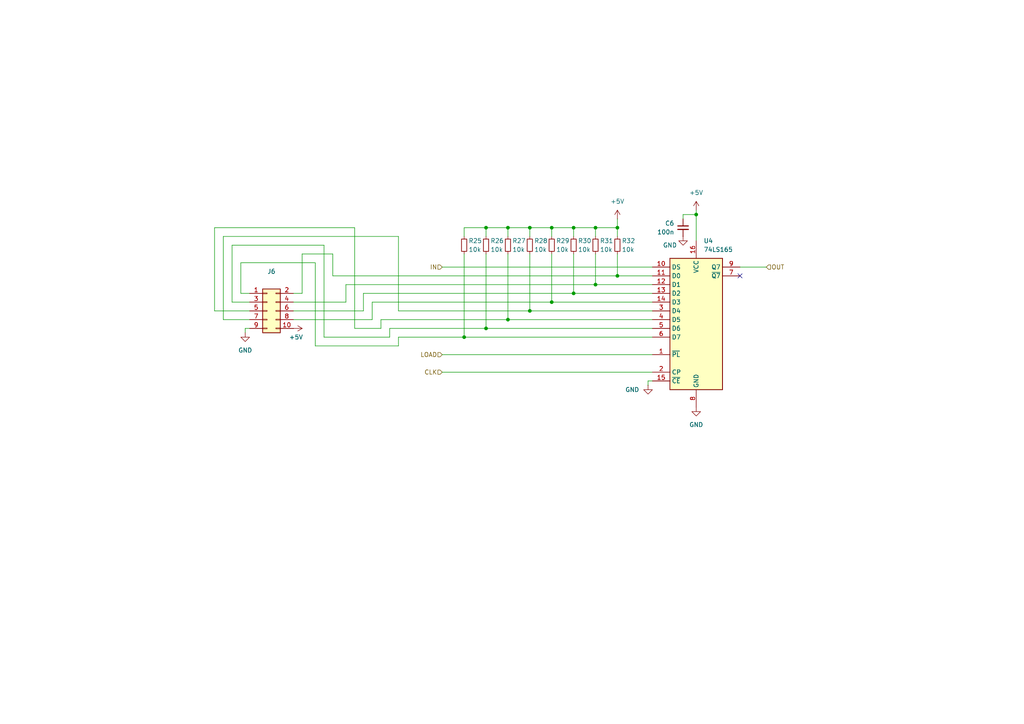
<source format=kicad_sch>
(kicad_sch (version 20250114) (generator "eeschema") (generator_version "9.0")
  (paper "A4")
  (lib_symbols
    (symbol "74xx:74LS165"
      (property "Reference" "U" (at -7.62 19.05 0))
      (property "Value" "74LS165" (at -7.62 -21.59 0))
      (symbol "74LS165_1_0"
        (pin input line (at -12.7 15.24 0) (length 5.08) (name "DS") (number "10"))
        (pin input line (at -12.7 12.7 0) (length 5.08) (name "D0") (number "11"))
        (pin input line (at -12.7 10.16 0) (length 5.08) (name "D1") (number "12"))
        (pin input line (at -12.7 7.62 0) (length 5.08) (name "D2") (number "13"))
        (pin input line (at -12.7 5.08 0) (length 5.08) (name "D3") (number "14"))
        (pin input line (at -12.7 2.54 0) (length 5.08) (name "D4") (number "3"))
        (pin input line (at -12.7 0 0) (length 5.08) (name "D5") (number "4"))
        (pin input line (at -12.7 -2.54 0) (length 5.08) (name "D6") (number "5"))
        (pin input line (at -12.7 -5.08 0) (length 5.08) (name "D7") (number "6"))
        (pin input line (at -12.7 -10.16 0) (length 5.08) (name "~{PL}") (number "1"))
        (pin input line (at -12.7 -15.24 0) (length 5.08) (name "CP") (number "2"))
        (pin input line (at -12.7 -17.78 0) (length 5.08) (name "~{CE}") (number "15"))
        (pin power_in line (at 0 22.86 270) (length 5.08) (name "VCC") (number "16"))
        (pin power_in line (at 0 -25.4 90) (length 5.08) (name "GND") (number "8"))
        (pin output line (at 12.7 15.24 180) (length 5.08) (name "Q7") (number "9"))
        (pin output line (at 12.7 12.7 180) (length 5.08) (name "~{Q7}") (number "7"))
      )
      (symbol "74LS165_1_1"
        (rectangle (start -7.62 17.78) (end 7.62 -20.32) (stroke (width 0.254)) (fill (type background)))
      )
    )
    (symbol "Connector_Generic:Conn_02x05_Odd_Even" (pin_names (offset 1.016) (hide yes))
      (property "Reference" "J" (at 1.27 7.62 0))
      (property "Value" "Conn_02x05_Odd_Even" (at 1.27 -7.62 0))
      (symbol "Conn_02x05_Odd_Even_1_1"
        (rectangle (start -1.27 6.35) (end 3.81 -6.35) (stroke (width 0.254)) (fill (type background)))
        (rectangle (start -1.27 5.207) (end 0 4.953) (stroke (width 0.1524)))
        (rectangle (start -1.27 2.667) (end 0 2.413) (stroke (width 0.1524)))
        (rectangle (start -1.27 0.127) (end 0 -0.127) (stroke (width 0.1524)))
        (rectangle (start -1.27 -2.413) (end 0 -2.667) (stroke (width 0.1524)))
        (rectangle (start -1.27 -4.953) (end 0 -5.207) (stroke (width 0.1524)))
        (rectangle (start 3.81 5.207) (end 2.54 4.953) (stroke (width 0.1524)))
        (rectangle (start 3.81 2.667) (end 2.54 2.413) (stroke (width 0.1524)))
        (rectangle (start 3.81 0.127) (end 2.54 -0.127) (stroke (width 0.1524)))
        (rectangle (start 3.81 -2.413) (end 2.54 -2.667) (stroke (width 0.1524)))
        (rectangle (start 3.81 -4.953) (end 2.54 -5.207) (stroke (width 0.1524)))
        (pin passive line (at -5.08 5.08 0) (length 3.81) (name "Pin_1") (number "1"))
        (pin passive line (at -5.08 2.54 0) (length 3.81) (name "Pin_3") (number "3"))
        (pin passive line (at -5.08 0 0) (length 3.81) (name "Pin_5") (number "5"))
        (pin passive line (at -5.08 -2.54 0) (length 3.81) (name "Pin_7") (number "7"))
        (pin passive line (at -5.08 -5.08 0) (length 3.81) (name "Pin_9") (number "9"))
        (pin passive line (at 7.62 5.08 180) (length 3.81) (name "Pin_2") (number "2"))
        (pin passive line (at 7.62 2.54 180) (length 3.81) (name "Pin_4") (number "4"))
        (pin passive line (at 7.62 0 180) (length 3.81) (name "Pin_6") (number "6"))
        (pin passive line (at 7.62 -2.54 180) (length 3.81) (name "Pin_8") (number "8"))
        (pin passive line (at 7.62 -5.08 180) (length 3.81) (name "Pin_10") (number "10"))
      )
    )
    (symbol "MEMS_Capacitors-Generated:C_100n_0805_50V_X7R_C0805C104M5RACTU" (pin_numbers (hide yes)) (pin_names (offset 0.254) (hide yes))
      (property "Reference" "C" (at 0.254 1.778 0))
      (property "Value" "100n" (at 0.254 -2.032 0))
      (symbol "C_100n_0805_50V_X7R_C0805C104M5RACTU_0_1"
        (polyline (pts (xy -1.524 0.508) (xy 1.524 0.508)) (stroke (width 0.3048)))
        (polyline (pts (xy -1.524 -0.508) (xy 1.524 -0.508)) (stroke (width 0.3302)))
      )
      (symbol "C_100n_0805_50V_X7R_C0805C104M5RACTU_1_1"
        (pin passive line (at 0 2.54 270) (length 2.032) (name "~") (number "1"))
        (pin passive line (at 0 -2.54 90) (length 2.032) (name "~") (number "2"))
      )
    )
    (symbol "MEMS_R_0805_1%_50ppm_Thin_Film_YAEGO:R_10k_0805_1%_50ppm_RT0805FRE0710KL" (pin_numbers (hide yes)) (pin_names (offset 0.254) (hide yes))
      (property "Reference" "R" (at 0.762 0.508 0))
      (property "Value" "10k" (at 0.762 -1.016 0))
      (symbol "R_10k_0805_1%_50ppm_RT0805FRE0710KL_0_1"
        (rectangle (start -0.762 1.778) (end 0.762 -1.778) (stroke (width 0.2032)))
      )
      (symbol "R_10k_0805_1%_50ppm_RT0805FRE0710KL_1_1"
        (pin passive line (at 0 2.54 270) (length 0.762) (name "~") (number "1"))
        (pin passive line (at 0 -2.54 90) (length 0.762) (name "~") (number "2"))
      )
    )
    (symbol "power:+5V" (power) (pin_numbers (hide yes)) (pin_names (offset 0) (hide yes))
      (property "Value" "+5V" (at 0 3.556 0))
      (symbol "+5V_0_1"
        (polyline (pts (xy -0.762 1.27) (xy 0 2.54)))
        (polyline (pts (xy 0 2.54) (xy 0.762 1.27)))
        (polyline (pts (xy 0 0) (xy 0 2.54)))
      )
      (symbol "+5V_1_1"
        (pin power_in line (at 0 0 90) (length 0) (name "~") (number "1"))
      )
    )
    (symbol "power:GND" (power) (pin_numbers (hide yes)) (pin_names (offset 0) (hide yes))
      (property "Value" "GND" (at 0 -3.81 0))
      (symbol "GND_0_1"
        (polyline (pts (xy 0 0) (xy 0 -1.27) (xy 1.27 -1.27) (xy 0 -2.54) (xy -1.27 -1.27) (xy 0 -1.27)))
      )
      (symbol "GND_1_1"
        (pin power_in line (at 0 0 270) (length 0) (name "~") (number "1"))
      )
    )
  )
  (junction (at 140.97 95.25))
  (junction (at 160.02 66.04))
  (junction (at 134.62 97.79))
  (junction (at 166.37 66.04))
  (junction (at 160.02 87.63))
  (junction (at 172.72 82.55))
  (junction (at 179.07 80.01))
  (junction (at 201.93 62.23))
  (junction (at 153.67 90.17))
  (junction (at 140.97 66.04))
  (junction (at 166.37 85.09))
  (junction (at 147.32 66.04))
  (junction (at 153.67 66.04))
  (junction (at 172.72 66.04))
  (junction (at 147.32 92.71))
  (junction (at 179.07 66.04))
  (no_connect (at 214.63 80.01))
  (wire (pts (xy 201.93 62.23) (xy 201.93 69.85)))
  (wire (pts (xy 189.23 90.17) (xy 153.67 90.17)))
  (wire (pts (xy 96.52 80.01) (xy 96.52 73.66)))
  (wire (pts (xy 189.23 87.63) (xy 160.02 87.63)))
  (wire (pts (xy 172.72 66.04) (xy 166.37 66.04)))
  (wire (pts (xy 134.62 97.79) (xy 134.62 73.66)))
  (wire (pts (xy 115.57 97.79) (xy 134.62 97.79)))
  (wire (pts (xy 179.07 80.01) (xy 179.07 73.66)))
  (wire (pts (xy 189.23 85.09) (xy 166.37 85.09)))
  (wire (pts (xy 69.85 76.2) (xy 91.44 76.2)))
  (wire (pts (xy 198.12 63.5) (xy 198.12 62.23)))
  (wire (pts (xy 147.32 92.71) (xy 147.32 73.66)))
  (wire (pts (xy 87.63 85.09) (xy 85.09 85.09)))
  (wire (pts (xy 166.37 66.04) (xy 166.37 68.58)))
  (wire (pts (xy 115.57 68.58) (xy 64.77 68.58)))
  (wire (pts (xy 100.33 82.55) (xy 172.72 82.55)))
  (wire (pts (xy 189.23 97.79) (xy 134.62 97.79)))
  (wire (pts (xy 179.07 68.58) (xy 179.07 66.04)))
  (wire (pts (xy 179.07 66.04) (xy 172.72 66.04)))
  (wire (pts (xy 107.95 92.71) (xy 107.95 87.63)))
  (wire (pts (xy 110.49 92.71) (xy 110.49 95.25)))
  (wire (pts (xy 128.27 102.87) (xy 189.23 102.87)))
  (wire (pts (xy 115.57 90.17) (xy 153.67 90.17)))
  (wire (pts (xy 115.57 100.33) (xy 115.57 97.79)))
  (wire (pts (xy 67.31 71.12) (xy 93.98 71.12)))
  (wire (pts (xy 71.12 95.25) (xy 72.39 95.25)))
  (wire (pts (xy 91.44 76.2) (xy 91.44 100.33)))
  (wire (pts (xy 67.31 87.63) (xy 67.31 71.12)))
  (wire (pts (xy 85.09 87.63) (xy 100.33 87.63)))
  (wire (pts (xy 187.96 111.76) (xy 187.96 110.49)))
  (wire (pts (xy 100.33 87.63) (xy 100.33 82.55)))
  (wire (pts (xy 105.41 85.09) (xy 166.37 85.09)))
  (wire (pts (xy 110.49 92.71) (xy 147.32 92.71)))
  (wire (pts (xy 147.32 66.04) (xy 147.32 68.58)))
  (wire (pts (xy 62.23 66.04) (xy 102.87 66.04)))
  (wire (pts (xy 187.96 110.49) (xy 189.23 110.49)))
  (wire (pts (xy 107.95 87.63) (xy 160.02 87.63)))
  (wire (pts (xy 93.98 71.12) (xy 93.98 97.79)))
  (wire (pts (xy 85.09 92.71) (xy 107.95 92.71)))
  (wire (pts (xy 102.87 66.04) (xy 102.87 95.25)))
  (wire (pts (xy 93.98 97.79) (xy 113.03 97.79)))
  (wire (pts (xy 160.02 66.04) (xy 153.67 66.04)))
  (wire (pts (xy 72.39 90.17) (xy 62.23 90.17)))
  (wire (pts (xy 172.72 82.55) (xy 172.72 73.66)))
  (wire (pts (xy 179.07 63.5) (xy 179.07 66.04)))
  (wire (pts (xy 140.97 66.04) (xy 134.62 66.04)))
  (wire (pts (xy 64.77 68.58) (xy 64.77 92.71)))
  (wire (pts (xy 85.09 90.17) (xy 105.41 90.17)))
  (wire (pts (xy 71.12 96.52) (xy 71.12 95.25)))
  (wire (pts (xy 64.77 92.71) (xy 72.39 92.71)))
  (wire (pts (xy 140.97 95.25) (xy 140.97 73.66)))
  (wire (pts (xy 153.67 66.04) (xy 153.67 68.58)))
  (wire (pts (xy 62.23 90.17) (xy 62.23 66.04)))
  (wire (pts (xy 189.23 92.71) (xy 147.32 92.71)))
  (wire (pts (xy 72.39 87.63) (xy 67.31 87.63)))
  (wire (pts (xy 91.44 100.33) (xy 115.57 100.33)))
  (wire (pts (xy 147.32 66.04) (xy 140.97 66.04)))
  (wire (pts (xy 69.85 85.09) (xy 69.85 76.2)))
  (wire (pts (xy 166.37 66.04) (xy 160.02 66.04)))
  (wire (pts (xy 96.52 73.66) (xy 87.63 73.66)))
  (wire (pts (xy 189.23 77.47) (xy 128.27 77.47)))
  (wire (pts (xy 189.23 95.25) (xy 140.97 95.25)))
  (wire (pts (xy 153.67 66.04) (xy 147.32 66.04)))
  (wire (pts (xy 128.27 107.95) (xy 189.23 107.95)))
  (wire (pts (xy 201.93 60.96) (xy 201.93 62.23)))
  (wire (pts (xy 160.02 87.63) (xy 160.02 73.66)))
  (wire (pts (xy 198.12 62.23) (xy 201.93 62.23)))
  (wire (pts (xy 160.02 66.04) (xy 160.02 68.58)))
  (wire (pts (xy 166.37 85.09) (xy 166.37 73.66)))
  (wire (pts (xy 179.07 80.01) (xy 96.52 80.01)))
  (wire (pts (xy 172.72 66.04) (xy 172.72 68.58)))
  (wire (pts (xy 189.23 82.55) (xy 172.72 82.55)))
  (wire (pts (xy 113.03 97.79) (xy 113.03 95.25)))
  (wire (pts (xy 115.57 90.17) (xy 115.57 68.58)))
  (wire (pts (xy 110.49 95.25) (xy 102.87 95.25)))
  (wire (pts (xy 72.39 85.09) (xy 69.85 85.09)))
  (wire (pts (xy 113.03 95.25) (xy 140.97 95.25)))
  (wire (pts (xy 153.67 90.17) (xy 153.67 73.66)))
  (wire (pts (xy 140.97 66.04) (xy 140.97 68.58)))
  (wire (pts (xy 189.23 80.01) (xy 179.07 80.01)))
  (wire (pts (xy 214.63 77.47) (xy 222.25 77.47)))
  (wire (pts (xy 134.62 66.04) (xy 134.62 68.58)))
  (wire (pts (xy 105.41 90.17) (xy 105.41 85.09)))
  (wire (pts (xy 87.63 73.66) (xy 87.63 85.09)))
  (hierarchical_label "OUT" (shape input) (at 222.25 77.47 0))
  (hierarchical_label "IN" (shape input) (at 128.27 77.47 180))
  (hierarchical_label "CLK" (shape input) (at 128.27 107.95 180))
  (hierarchical_label "LOAD" (shape input) (at 128.27 102.87 180))
  (symbol (lib_id "Connector_Generic:Conn_02x05_Odd_Even") (at 77.47 90.17 0) (unit 1)
    (property "Reference" "J3" (at 78.74 78.74 0))
    (property "Value" "${SHEETNAME}" (at 78.74 81.28 0))
    (property "Footprint" "Connector_IDC:IDC-Header_2x05_P2.54mm_Vertical" (effects (hide yes)))
    (property "Description" "Generic connector, double row, 02x05, odd/even pin numbering scheme (row 1 odd numbers, row 2 even numbers), script generated (kicad-library-utils/schlib/autogen/connector/)" (effects (hide yes)))
    (instances (project "Interrogator-Receiver" (path "" (reference "J6") (unit 1)) (path "" (reference "J3") (unit 1)) (path "" (reference "J4") (unit 1)) (path "" (reference "J5") (unit 1))))
  )
  (symbol (lib_id "MEMS_R_0805_1%_50ppm_Thin_Film_YAEGO:R_10k_0805_1%_50ppm_RT0805FRE0710KL") (at 172.72 71.12 180) (unit 1)
    (property "Reference" "R7" (at 173.99 69.85 0) (effects (justify right)))
    (property "Value" "10k" (at 173.99 72.39 0) (effects (justify right)))
    (property "Footprint" "Resistor_SMD:R_0805_2012Metric" (effects (hide yes)))
    (property "Datasheet" "https://www.mouser.pl/datasheet/2/447/PYu_RT_1_to_0_01_RoHS_L_12-3003070.pdf" (effects (hide yes)))
    (property "Description" "10k Resistor 0805 1% 50ppm Thin Film YAEGO" (effects (hide yes)))
    (property "Tolerance" "1%" (effects (hide yes)))
    (property "TempCo" "50ppm" (effects (hide yes)))
    (property "Power" "0.125W" (effects (hide yes)))
    (property "MPN" "RT0805FRE0710KL" (effects (hide yes)))
    (property "Mouser" "603-RT0805FRE0710KL" (effects (hide yes)))
    (property "Voltage" "150V" (effects (hide yes)))
    (instances (project "Interrogator-Receiver" (path "" (reference "R31") (unit 1)) (path "" (reference "R7") (unit 1)) (path "" (reference "R15") (unit 1)) (path "" (reference "R23") (unit 1))))
  )
  (symbol (lib_id "MEMS_R_0805_1%_50ppm_Thin_Film_YAEGO:R_10k_0805_1%_50ppm_RT0805FRE0710KL") (at 166.37 71.12 180) (unit 1)
    (property "Reference" "R6" (at 167.64 69.85 0) (effects (justify right)))
    (property "Value" "10k" (at 167.64 72.39 0) (effects (justify right)))
    (property "Footprint" "Resistor_SMD:R_0805_2012Metric" (effects (hide yes)))
    (property "Datasheet" "https://www.mouser.pl/datasheet/2/447/PYu_RT_1_to_0_01_RoHS_L_12-3003070.pdf" (effects (hide yes)))
    (property "Description" "10k Resistor 0805 1% 50ppm Thin Film YAEGO" (effects (hide yes)))
    (property "Tolerance" "1%" (effects (hide yes)))
    (property "TempCo" "50ppm" (effects (hide yes)))
    (property "Power" "0.125W" (effects (hide yes)))
    (property "MPN" "RT0805FRE0710KL" (effects (hide yes)))
    (property "Mouser" "603-RT0805FRE0710KL" (effects (hide yes)))
    (property "Voltage" "150V" (effects (hide yes)))
    (instances (project "Interrogator-Receiver" (path "" (reference "R30") (unit 1)) (path "" (reference "R6") (unit 1)) (path "" (reference "R14") (unit 1)) (path "" (reference "R22") (unit 1))))
  )
  (symbol (lib_id "power:+5V") (at 179.07 63.5 0) (unit 1)
    (property "Reference" "#PWR07" (effects (hide yes)))
    (property "Value" "+5V" (at 179.07 58.42 0))
    (property "Description" "Power symbol creates a global label with name \"+5V\"" (effects (hide yes)))
    (instances (project "Interrogator-Receiver" (path "" (reference "#PWR028") (unit 1)) (path "" (reference "#PWR07") (unit 1)) (path "" (reference "#PWR014") (unit 1)) (path "" (reference "#PWR021") (unit 1))))
  )
  (symbol (lib_id "power:GND") (at 187.96 111.76 0) (unit 1)
    (property "Reference" "#PWR08" (effects (hide yes)))
    (property "Value" "GND" (at 185.42 113.0299 0) (effects (justify right)))
    (property "Description" "Power symbol creates a global label with name \"GND\" , ground" (effects (hide yes)))
    (instances (project "Interrogator-Receiver" (path "" (reference "#PWR029") (unit 1)) (path "" (reference "#PWR08") (unit 1)) (path "" (reference "#PWR015") (unit 1)) (path "" (reference "#PWR022") (unit 1))))
  )
  (symbol (lib_id "MEMS_R_0805_1%_50ppm_Thin_Film_YAEGO:R_10k_0805_1%_50ppm_RT0805FRE0710KL") (at 153.67 71.12 180) (unit 1)
    (property "Reference" "R4" (at 154.94 69.85 0) (effects (justify right)))
    (property "Value" "10k" (at 154.94 72.39 0) (effects (justify right)))
    (property "Footprint" "Resistor_SMD:R_0805_2012Metric" (effects (hide yes)))
    (property "Datasheet" "https://www.mouser.pl/datasheet/2/447/PYu_RT_1_to_0_01_RoHS_L_12-3003070.pdf" (effects (hide yes)))
    (property "Description" "10k Resistor 0805 1% 50ppm Thin Film YAEGO" (effects (hide yes)))
    (property "Tolerance" "1%" (effects (hide yes)))
    (property "TempCo" "50ppm" (effects (hide yes)))
    (property "Power" "0.125W" (effects (hide yes)))
    (property "MPN" "RT0805FRE0710KL" (effects (hide yes)))
    (property "Mouser" "603-RT0805FRE0710KL" (effects (hide yes)))
    (property "Voltage" "150V" (effects (hide yes)))
    (instances (project "Interrogator-Receiver" (path "" (reference "R28") (unit 1)) (path "" (reference "R4") (unit 1)) (path "" (reference "R12") (unit 1)) (path "" (reference "R20") (unit 1))))
  )
  (symbol (lib_id "power:GND") (at 71.12 96.52 0) (unit 1)
    (property "Reference" "#PWR05" (effects (hide yes)))
    (property "Value" "GND" (at 71.12 101.6 0))
    (property "Description" "Power symbol creates a global label with name \"GND\" , ground" (effects (hide yes)))
    (instances (project "Interrogator-Receiver" (path "" (reference "#PWR026") (unit 1)) (path "" (reference "#PWR05") (unit 1)) (path "" (reference "#PWR012") (unit 1)) (path "" (reference "#PWR019") (unit 1))))
  )
  (symbol (lib_id "power:+5V") (at 201.93 60.96 0) (unit 1)
    (property "Reference" "#PWR010" (effects (hide yes)))
    (property "Value" "+5V" (at 201.93 55.88 0))
    (property "Description" "Power symbol creates a global label with name \"+5V\"" (effects (hide yes)))
    (instances (project "Interrogator-Receiver" (path "" (reference "#PWR031") (unit 1)) (path "" (reference "#PWR010") (unit 1)) (path "" (reference "#PWR017") (unit 1)) (path "" (reference "#PWR024") (unit 1))))
  )
  (symbol (lib_id "MEMS_R_0805_1%_50ppm_Thin_Film_YAEGO:R_10k_0805_1%_50ppm_RT0805FRE0710KL") (at 179.07 71.12 180) (unit 1)
    (property "Reference" "R8" (at 180.34 69.85 0) (effects (justify right)))
    (property "Value" "10k" (at 180.34 72.39 0) (effects (justify right)))
    (property "Footprint" "Resistor_SMD:R_0805_2012Metric" (effects (hide yes)))
    (property "Datasheet" "https://www.mouser.pl/datasheet/2/447/PYu_RT_1_to_0_01_RoHS_L_12-3003070.pdf" (effects (hide yes)))
    (property "Description" "10k Resistor 0805 1% 50ppm Thin Film YAEGO" (effects (hide yes)))
    (property "Tolerance" "1%" (effects (hide yes)))
    (property "TempCo" "50ppm" (effects (hide yes)))
    (property "Power" "0.125W" (effects (hide yes)))
    (property "MPN" "RT0805FRE0710KL" (effects (hide yes)))
    (property "Mouser" "603-RT0805FRE0710KL" (effects (hide yes)))
    (property "Voltage" "150V" (effects (hide yes)))
    (instances (project "Interrogator-Receiver" (path "" (reference "R32") (unit 1)) (path "" (reference "R8") (unit 1)) (path "" (reference "R16") (unit 1)) (path "" (reference "R24") (unit 1))))
  )
  (symbol (lib_id "MEMS_R_0805_1%_50ppm_Thin_Film_YAEGO:R_10k_0805_1%_50ppm_RT0805FRE0710KL") (at 140.97 71.12 180) (unit 1)
    (property "Reference" "R2" (at 142.24 69.85 0) (effects (justify right)))
    (property "Value" "10k" (at 142.24 72.39 0) (effects (justify right)))
    (property "Footprint" "Resistor_SMD:R_0805_2012Metric" (effects (hide yes)))
    (property "Datasheet" "https://www.mouser.pl/datasheet/2/447/PYu_RT_1_to_0_01_RoHS_L_12-3003070.pdf" (effects (hide yes)))
    (property "Description" "10k Resistor 0805 1% 50ppm Thin Film YAEGO" (effects (hide yes)))
    (property "Tolerance" "1%" (effects (hide yes)))
    (property "TempCo" "50ppm" (effects (hide yes)))
    (property "Power" "0.125W" (effects (hide yes)))
    (property "MPN" "RT0805FRE0710KL" (effects (hide yes)))
    (property "Mouser" "603-RT0805FRE0710KL" (effects (hide yes)))
    (property "Voltage" "150V" (effects (hide yes)))
    (instances (project "Interrogator-Receiver" (path "" (reference "R26") (unit 1)) (path "" (reference "R2") (unit 1)) (path "" (reference "R10") (unit 1)) (path "" (reference "R18") (unit 1))))
  )
  (symbol (lib_id "power:GND") (at 198.12 68.58 0) (unit 1)
    (property "Reference" "#PWR09" (effects (hide yes)))
    (property "Value" "GND" (at 194.31 71.12 0))
    (property "Description" "Power symbol creates a global label with name \"GND\" , ground" (effects (hide yes)))
    (instances (project "Interrogator-Receiver" (path "" (reference "#PWR030") (unit 1)) (path "" (reference "#PWR09") (unit 1)) (path "" (reference "#PWR016") (unit 1)) (path "" (reference "#PWR023") (unit 1))))
  )
  (symbol (lib_id "MEMS_R_0805_1%_50ppm_Thin_Film_YAEGO:R_10k_0805_1%_50ppm_RT0805FRE0710KL") (at 160.02 71.12 180) (unit 1)
    (property "Reference" "R5" (at 161.29 69.85 0) (effects (justify right)))
    (property "Value" "10k" (at 161.29 72.39 0) (effects (justify right)))
    (property "Footprint" "Resistor_SMD:R_0805_2012Metric" (effects (hide yes)))
    (property "Datasheet" "https://www.mouser.pl/datasheet/2/447/PYu_RT_1_to_0_01_RoHS_L_12-3003070.pdf" (effects (hide yes)))
    (property "Description" "10k Resistor 0805 1% 50ppm Thin Film YAEGO" (effects (hide yes)))
    (property "Tolerance" "1%" (effects (hide yes)))
    (property "TempCo" "50ppm" (effects (hide yes)))
    (property "Power" "0.125W" (effects (hide yes)))
    (property "MPN" "RT0805FRE0710KL" (effects (hide yes)))
    (property "Mouser" "603-RT0805FRE0710KL" (effects (hide yes)))
    (property "Voltage" "150V" (effects (hide yes)))
    (instances (project "Interrogator-Receiver" (path "" (reference "R29") (unit 1)) (path "" (reference "R5") (unit 1)) (path "" (reference "R13") (unit 1)) (path "" (reference "R21") (unit 1))))
  )
  (symbol (lib_id "MEMS_Capacitors-Generated:C_100n_0805_50V_X7R_C0805C104M5RACTU") (at 198.12 66.04 0) (unit 1)
    (property "Reference" "C3" (at 195.58 64.7762 0) (effects (justify right)))
    (property "Value" "100n" (at 195.58 67.3162 0) (effects (justify right)))
    (property "Footprint" "Capacitor_SMD:C_0805_2012Metric" (effects (hide yes)))
    (property "Datasheet" "https://ksim3.kemet.com/capacitor-simulation?pn=C0805C104M5R" (effects (hide yes)))
    (property "Description" "100nF capacitor, 20%, 50V, X7R, 0805" (effects (hide yes)))
    (property "MPN" "C0805C104M5RACTU" (effects (hide yes)))
    (property "Mouser" "80-C0805C104M5R" (effects (hide yes)))
    (property "Type" "X7R" (effects (hide yes)))
    (property "Tolerance" "20%" (effects (hide yes)))
    (property "Voltage" "50V" (effects (hide yes)))
    (instances (project "Interrogator-Receiver" (path "" (reference "C6") (unit 1)) (path "" (reference "C3") (unit 1)) (path "" (reference "C4") (unit 1)) (path "" (reference "C5") (unit 1))))
  )
  (symbol (lib_id "MEMS_R_0805_1%_50ppm_Thin_Film_YAEGO:R_10k_0805_1%_50ppm_RT0805FRE0710KL") (at 147.32 71.12 180) (unit 1)
    (property "Reference" "R3" (at 148.59 69.85 0) (effects (justify right)))
    (property "Value" "10k" (at 148.59 72.39 0) (effects (justify right)))
    (property "Footprint" "Resistor_SMD:R_0805_2012Metric" (effects (hide yes)))
    (property "Datasheet" "https://www.mouser.pl/datasheet/2/447/PYu_RT_1_to_0_01_RoHS_L_12-3003070.pdf" (effects (hide yes)))
    (property "Description" "10k Resistor 0805 1% 50ppm Thin Film YAEGO" (effects (hide yes)))
    (property "Tolerance" "1%" (effects (hide yes)))
    (property "TempCo" "50ppm" (effects (hide yes)))
    (property "Power" "0.125W" (effects (hide yes)))
    (property "MPN" "RT0805FRE0710KL" (effects (hide yes)))
    (property "Mouser" "603-RT0805FRE0710KL" (effects (hide yes)))
    (property "Voltage" "150V" (effects (hide yes)))
    (instances (project "Interrogator-Receiver" (path "" (reference "R27") (unit 1)) (path "" (reference "R3") (unit 1)) (path "" (reference "R11") (unit 1)) (path "" (reference "R19") (unit 1))))
  )
  (symbol (lib_id "power:GND") (at 201.93 118.11 0) (unit 1)
    (property "Reference" "#PWR011" (effects (hide yes)))
    (property "Value" "GND" (at 201.93 123.19 0))
    (property "Description" "Power symbol creates a global label with name \"GND\" , ground" (effects (hide yes)))
    (instances (project "Interrogator-Receiver" (path "" (reference "#PWR032") (unit 1)) (path "" (reference "#PWR011") (unit 1)) (path "" (reference "#PWR018") (unit 1)) (path "" (reference "#PWR025") (unit 1))))
  )
  (symbol (lib_id "MEMS_R_0805_1%_50ppm_Thin_Film_YAEGO:R_10k_0805_1%_50ppm_RT0805FRE0710KL") (at 134.62 71.12 180) (unit 1)
    (property "Reference" "R1" (at 135.89 69.85 0) (effects (justify right)))
    (property "Value" "10k" (at 135.89 72.39 0) (effects (justify right)))
    (property "Footprint" "Resistor_SMD:R_0805_2012Metric" (effects (hide yes)))
    (property "Datasheet" "https://www.mouser.pl/datasheet/2/447/PYu_RT_1_to_0_01_RoHS_L_12-3003070.pdf" (effects (hide yes)))
    (property "Description" "10k Resistor 0805 1% 50ppm Thin Film YAEGO" (effects (hide yes)))
    (property "Tolerance" "1%" (effects (hide yes)))
    (property "TempCo" "50ppm" (effects (hide yes)))
    (property "Power" "0.125W" (effects (hide yes)))
    (property "MPN" "RT0805FRE0710KL" (effects (hide yes)))
    (property "Mouser" "603-RT0805FRE0710KL" (effects (hide yes)))
    (property "Voltage" "150V" (effects (hide yes)))
    (instances (project "Interrogator-Receiver" (path "" (reference "R25") (unit 1)) (path "" (reference "R1") (unit 1)) (path "" (reference "R9") (unit 1)) (path "" (reference "R17") (unit 1))))
  )
  (symbol (lib_id "power:+5V") (at 85.09 95.25 270) (unit 1)
    (property "Reference" "#PWR06" (effects (hide yes)))
    (property "Value" "+5V" (at 83.82 97.79 90) (effects (justify left)))
    (property "Description" "Power symbol creates a global label with name \"+5V\"" (effects (hide yes)))
    (instances (project "Interrogator-Receiver" (path "" (reference "#PWR027") (unit 1)) (path "" (reference "#PWR06") (unit 1)) (path "" (reference "#PWR013") (unit 1)) (path "" (reference "#PWR020") (unit 1))))
  )
  (symbol (lib_id "74xx:74LS165") (at 201.93 92.71 0) (unit 1)
    (property "Reference" "U1" (at 204.0733 69.85 0) (effects (justify left)))
    (property "Value" "74LS165" (at 204.0733 72.39 0) (effects (justify left)))
    (property "Footprint" "Package_DIP:DIP-16_W7.62mm_Socket_LongPads" (effects (hide yes)))
    (property "Datasheet" "https://www.ti.com/lit/ds/symlink/sn74ls165a.pdf" (effects (hide yes)))
    (property "Description" "Shift Register 8-bit, parallel load" (effects (hide yes)))
    (instances (project "Interrogator-Receiver" (path "" (reference "U4") (unit 1)) (path "" (reference "U1") (unit 1)) (path "" (reference "U2") (unit 1)) (path "" (reference "U3") (unit 1))))
  )
)
</source>
